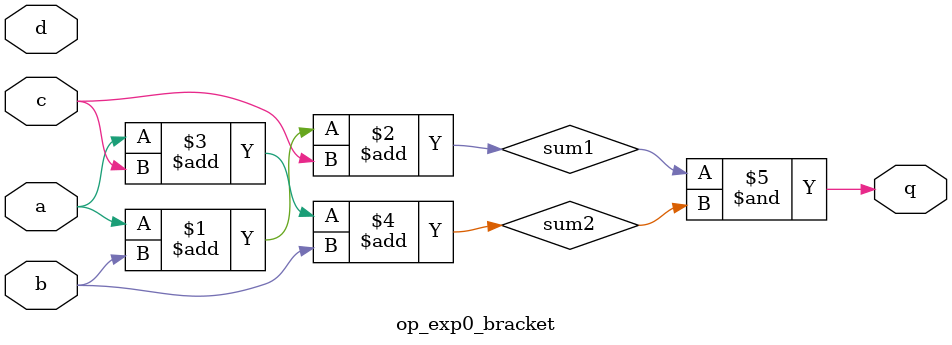
<source format=v>
module op_exp0_bracket(a,b,c,d,q);
input a,b,c,d;
output q;
wire sum1,sum2;
assign sum1 = a +b+c;
assign sum2 = a +c+b;
assign q = sum1 & sum2;
endmodule
</source>
